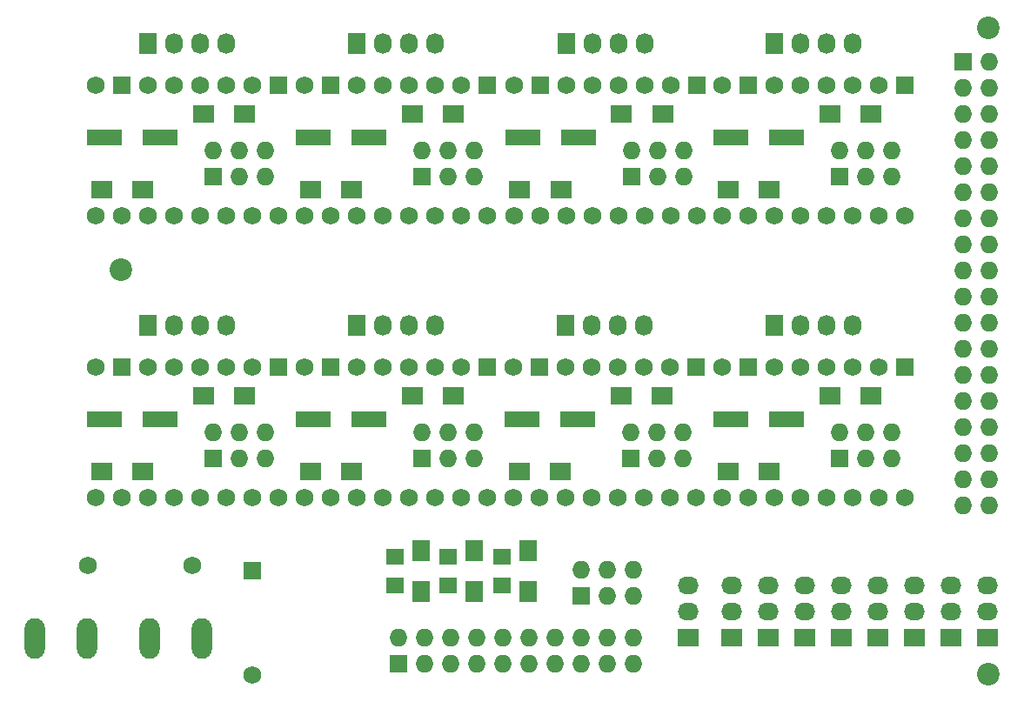
<source format=gbr>
G04 #@! TF.FileFunction,Soldermask,Top*
%FSLAX46Y46*%
G04 Gerber Fmt 4.6, Leading zero omitted, Abs format (unit mm)*
G04 Created by KiCad (PCBNEW 4.0.4+e1-6308~48~ubuntu15.10.1-stable) date Thu Dec  8 14:35:49 2016*
%MOMM*%
%LPD*%
G01*
G04 APERTURE LIST*
%ADD10C,0.100000*%
%ADD11C,1.727200*%
%ADD12R,1.727200X1.727200*%
%ADD13C,2.200000*%
%ADD14O,1.981200X3.962400*%
%ADD15O,1.727200X1.727200*%
%ADD16R,1.727200X2.032000*%
%ADD17O,1.727200X2.032000*%
%ADD18R,2.032000X1.727200*%
%ADD19O,2.032000X1.727200*%
%ADD20R,1.700000X2.000000*%
%ADD21R,2.000000X1.700000*%
%ADD22R,1.800860X1.597660*%
%ADD23R,3.500000X1.600000*%
G04 APERTURE END LIST*
D10*
D11*
X110002000Y-126746000D03*
X99802000Y-126746000D03*
X115826540Y-137414520D03*
D12*
X115826540Y-127254520D03*
D13*
X102997000Y-97917000D03*
X187452000Y-137287000D03*
D14*
X99695000Y-133858000D03*
X94615000Y-133858000D03*
D12*
X184992000Y-77724000D03*
D15*
X187532000Y-77724000D03*
X184992000Y-80264000D03*
X187532000Y-80264000D03*
X184992000Y-82804000D03*
X187532000Y-82804000D03*
X184992000Y-85344000D03*
X187532000Y-85344000D03*
X184992000Y-87884000D03*
X187532000Y-87884000D03*
X184992000Y-90424000D03*
X187532000Y-90424000D03*
X184992000Y-92964000D03*
X187532000Y-92964000D03*
X184992000Y-95504000D03*
X187532000Y-95504000D03*
X184992000Y-98044000D03*
X187532000Y-98044000D03*
X184992000Y-100584000D03*
X187532000Y-100584000D03*
X184992000Y-103124000D03*
X187532000Y-103124000D03*
X184992000Y-105664000D03*
X187532000Y-105664000D03*
X184992000Y-108204000D03*
X187532000Y-108204000D03*
X184992000Y-110744000D03*
X187532000Y-110744000D03*
X184992000Y-113284000D03*
X187532000Y-113284000D03*
X184992000Y-115824000D03*
X187532000Y-115824000D03*
X184992000Y-118364000D03*
X187532000Y-118364000D03*
X184992000Y-120904000D03*
X187532000Y-120904000D03*
D12*
X152654000Y-116332000D03*
D15*
X152654000Y-113792000D03*
X155194000Y-116332000D03*
X155194000Y-113792000D03*
X157734000Y-116332000D03*
X157734000Y-113792000D03*
D12*
X112014000Y-116332000D03*
D15*
X112014000Y-113792000D03*
X114554000Y-116332000D03*
X114554000Y-113792000D03*
X117094000Y-116332000D03*
X117094000Y-113792000D03*
D12*
X132334000Y-116332000D03*
D15*
X132334000Y-113792000D03*
X134874000Y-116332000D03*
X134874000Y-113792000D03*
X137414000Y-116332000D03*
X137414000Y-113792000D03*
D12*
X172974000Y-116332000D03*
D15*
X172974000Y-113792000D03*
X175514000Y-116332000D03*
X175514000Y-113792000D03*
X178054000Y-116332000D03*
X178054000Y-113792000D03*
D12*
X172974000Y-88900000D03*
D15*
X172974000Y-86360000D03*
X175514000Y-88900000D03*
X175514000Y-86360000D03*
X178054000Y-88900000D03*
X178054000Y-86360000D03*
D12*
X152717500Y-88900000D03*
D15*
X152717500Y-86360000D03*
X155257500Y-88900000D03*
X155257500Y-86360000D03*
X157797500Y-88900000D03*
X157797500Y-86360000D03*
D12*
X132334000Y-88900000D03*
D15*
X132334000Y-86360000D03*
X134874000Y-88900000D03*
X134874000Y-86360000D03*
X137414000Y-88900000D03*
X137414000Y-86360000D03*
D12*
X112014000Y-88900000D03*
D15*
X112014000Y-86360000D03*
X114554000Y-88900000D03*
X114554000Y-86360000D03*
X117094000Y-88900000D03*
X117094000Y-86360000D03*
D12*
X130048000Y-136271000D03*
D15*
X130048000Y-133731000D03*
X132588000Y-136271000D03*
X132588000Y-133731000D03*
X135128000Y-136271000D03*
X135128000Y-133731000D03*
X137668000Y-136271000D03*
X137668000Y-133731000D03*
X140208000Y-136271000D03*
X140208000Y-133731000D03*
X142748000Y-136271000D03*
X142748000Y-133731000D03*
X145288000Y-136271000D03*
X145288000Y-133731000D03*
X147828000Y-136271000D03*
X147828000Y-133731000D03*
X150368000Y-136271000D03*
X150368000Y-133731000D03*
X152908000Y-136271000D03*
X152908000Y-133731000D03*
D12*
X147828000Y-129667000D03*
D15*
X147828000Y-127127000D03*
X150368000Y-129667000D03*
X150368000Y-127127000D03*
X152908000Y-129667000D03*
X152908000Y-127127000D03*
D16*
X105664000Y-75946000D03*
D17*
X108204000Y-75946000D03*
X110744000Y-75946000D03*
X113284000Y-75946000D03*
D16*
X125984000Y-75946000D03*
D17*
X128524000Y-75946000D03*
X131064000Y-75946000D03*
X133604000Y-75946000D03*
D16*
X146367500Y-75946000D03*
D17*
X148907500Y-75946000D03*
X151447500Y-75946000D03*
X153987500Y-75946000D03*
D16*
X166624000Y-75946000D03*
D17*
X169164000Y-75946000D03*
X171704000Y-75946000D03*
X174244000Y-75946000D03*
D16*
X105664000Y-103378000D03*
D17*
X108204000Y-103378000D03*
X110744000Y-103378000D03*
X113284000Y-103378000D03*
D16*
X125984000Y-103378000D03*
D17*
X128524000Y-103378000D03*
X131064000Y-103378000D03*
X133604000Y-103378000D03*
D16*
X146304000Y-103378000D03*
D17*
X148844000Y-103378000D03*
X151384000Y-103378000D03*
X153924000Y-103378000D03*
D16*
X166624000Y-103378000D03*
D17*
X169164000Y-103378000D03*
X171704000Y-103378000D03*
X174244000Y-103378000D03*
D18*
X162433000Y-133731000D03*
D19*
X162433000Y-131191000D03*
X162433000Y-128651000D03*
D18*
X165989000Y-133731000D03*
D19*
X165989000Y-131191000D03*
X165989000Y-128651000D03*
D18*
X169545000Y-133731000D03*
D19*
X169545000Y-131191000D03*
X169545000Y-128651000D03*
D18*
X173101000Y-133731000D03*
D19*
X173101000Y-131191000D03*
X173101000Y-128651000D03*
D18*
X176657000Y-133731000D03*
D19*
X176657000Y-131191000D03*
X176657000Y-128651000D03*
D18*
X180213000Y-133731000D03*
D19*
X180213000Y-131191000D03*
X180213000Y-128651000D03*
D18*
X183769000Y-133731000D03*
D19*
X183769000Y-131191000D03*
X183769000Y-128651000D03*
D18*
X187325000Y-133731000D03*
D19*
X187325000Y-131191000D03*
X187325000Y-128651000D03*
D18*
X158242000Y-133731000D03*
D19*
X158242000Y-131191000D03*
X158242000Y-128651000D03*
D20*
X142621000Y-125254000D03*
X142621000Y-129254000D03*
X132207000Y-125254000D03*
X132207000Y-129254000D03*
X137414000Y-125254000D03*
X137414000Y-129254000D03*
D21*
X162084000Y-117602000D03*
X166084000Y-117602000D03*
X141764000Y-117602000D03*
X145764000Y-117602000D03*
X121444000Y-117602000D03*
X125444000Y-117602000D03*
X101124000Y-117602000D03*
X105124000Y-117602000D03*
X162084000Y-90170000D03*
X166084000Y-90170000D03*
X141827500Y-90170000D03*
X145827500Y-90170000D03*
X121444000Y-90170000D03*
X125444000Y-90170000D03*
X101124000Y-90170000D03*
X105124000Y-90170000D03*
D22*
X140081000Y-125834140D03*
X140081000Y-128673860D03*
X129667000Y-125834140D03*
X129667000Y-128673860D03*
X134874000Y-125834140D03*
X134874000Y-128673860D03*
D23*
X162400000Y-112522000D03*
X167800000Y-112522000D03*
X142080000Y-112522000D03*
X147480000Y-112522000D03*
X121760000Y-112522000D03*
X127160000Y-112522000D03*
X101440000Y-112522000D03*
X106840000Y-112522000D03*
X162400000Y-85090000D03*
X167800000Y-85090000D03*
X142143500Y-85090000D03*
X147543500Y-85090000D03*
X121760000Y-85090000D03*
X127160000Y-85090000D03*
X101440000Y-85090000D03*
X106840000Y-85090000D03*
D21*
X115030000Y-82804000D03*
X111030000Y-82804000D03*
X135350000Y-82804000D03*
X131350000Y-82804000D03*
X155733500Y-82804000D03*
X151733500Y-82804000D03*
X175990000Y-82804000D03*
X171990000Y-82804000D03*
X115030000Y-110236000D03*
X111030000Y-110236000D03*
X135350000Y-110236000D03*
X131350000Y-110236000D03*
X155670000Y-110236000D03*
X151670000Y-110236000D03*
X175990000Y-110236000D03*
X171990000Y-110236000D03*
D14*
X110871000Y-133858000D03*
X105791000Y-133858000D03*
D13*
X187452000Y-74422000D03*
D12*
X179324000Y-107442000D03*
D11*
X176784000Y-107442000D03*
X174244000Y-107442000D03*
X171704000Y-107442000D03*
X169164000Y-107442000D03*
X166624000Y-107442000D03*
D12*
X164084000Y-107442000D03*
D11*
X161544000Y-107442000D03*
X161544000Y-120142000D03*
X164084000Y-120142000D03*
X166624000Y-120142000D03*
X169164000Y-120142000D03*
X171704000Y-120142000D03*
X174244000Y-120142000D03*
X176784000Y-120142000D03*
X179324000Y-120142000D03*
D12*
X159004000Y-107442000D03*
D11*
X156464000Y-107442000D03*
X153924000Y-107442000D03*
X151384000Y-107442000D03*
X148844000Y-107442000D03*
X146304000Y-107442000D03*
D12*
X143764000Y-107442000D03*
D11*
X141224000Y-107442000D03*
X141224000Y-120142000D03*
X143764000Y-120142000D03*
X146304000Y-120142000D03*
X148844000Y-120142000D03*
X151384000Y-120142000D03*
X153924000Y-120142000D03*
X156464000Y-120142000D03*
X159004000Y-120142000D03*
D12*
X138684000Y-107442000D03*
D11*
X136144000Y-107442000D03*
X133604000Y-107442000D03*
X131064000Y-107442000D03*
X128524000Y-107442000D03*
X125984000Y-107442000D03*
D12*
X123444000Y-107442000D03*
D11*
X120904000Y-107442000D03*
X120904000Y-120142000D03*
X123444000Y-120142000D03*
X125984000Y-120142000D03*
X128524000Y-120142000D03*
X131064000Y-120142000D03*
X133604000Y-120142000D03*
X136144000Y-120142000D03*
X138684000Y-120142000D03*
D12*
X118364000Y-107442000D03*
D11*
X115824000Y-107442000D03*
X113284000Y-107442000D03*
X110744000Y-107442000D03*
X108204000Y-107442000D03*
X105664000Y-107442000D03*
D12*
X103124000Y-107442000D03*
D11*
X100584000Y-107442000D03*
X100584000Y-120142000D03*
X103124000Y-120142000D03*
X105664000Y-120142000D03*
X108204000Y-120142000D03*
X110744000Y-120142000D03*
X113284000Y-120142000D03*
X115824000Y-120142000D03*
X118364000Y-120142000D03*
D12*
X179324000Y-80010000D03*
D11*
X176784000Y-80010000D03*
X174244000Y-80010000D03*
X171704000Y-80010000D03*
X169164000Y-80010000D03*
X166624000Y-80010000D03*
D12*
X164084000Y-80010000D03*
D11*
X161544000Y-80010000D03*
X161544000Y-92710000D03*
X164084000Y-92710000D03*
X166624000Y-92710000D03*
X169164000Y-92710000D03*
X171704000Y-92710000D03*
X174244000Y-92710000D03*
X176784000Y-92710000D03*
X179324000Y-92710000D03*
D12*
X159067500Y-80010000D03*
D11*
X156527500Y-80010000D03*
X153987500Y-80010000D03*
X151447500Y-80010000D03*
X148907500Y-80010000D03*
X146367500Y-80010000D03*
D12*
X143827500Y-80010000D03*
D11*
X141287500Y-80010000D03*
X141287500Y-92710000D03*
X143827500Y-92710000D03*
X146367500Y-92710000D03*
X148907500Y-92710000D03*
X151447500Y-92710000D03*
X153987500Y-92710000D03*
X156527500Y-92710000D03*
X159067500Y-92710000D03*
D12*
X138684000Y-80010000D03*
D11*
X136144000Y-80010000D03*
X133604000Y-80010000D03*
X131064000Y-80010000D03*
X128524000Y-80010000D03*
X125984000Y-80010000D03*
D12*
X123444000Y-80010000D03*
D11*
X120904000Y-80010000D03*
X120904000Y-92710000D03*
X123444000Y-92710000D03*
X125984000Y-92710000D03*
X128524000Y-92710000D03*
X131064000Y-92710000D03*
X133604000Y-92710000D03*
X136144000Y-92710000D03*
X138684000Y-92710000D03*
D12*
X118364000Y-80010000D03*
D11*
X115824000Y-80010000D03*
X113284000Y-80010000D03*
X110744000Y-80010000D03*
X108204000Y-80010000D03*
X105664000Y-80010000D03*
D12*
X103124000Y-80010000D03*
D11*
X100584000Y-80010000D03*
X100584000Y-92710000D03*
X103124000Y-92710000D03*
X105664000Y-92710000D03*
X108204000Y-92710000D03*
X110744000Y-92710000D03*
X113284000Y-92710000D03*
X115824000Y-92710000D03*
X118364000Y-92710000D03*
M02*

</source>
